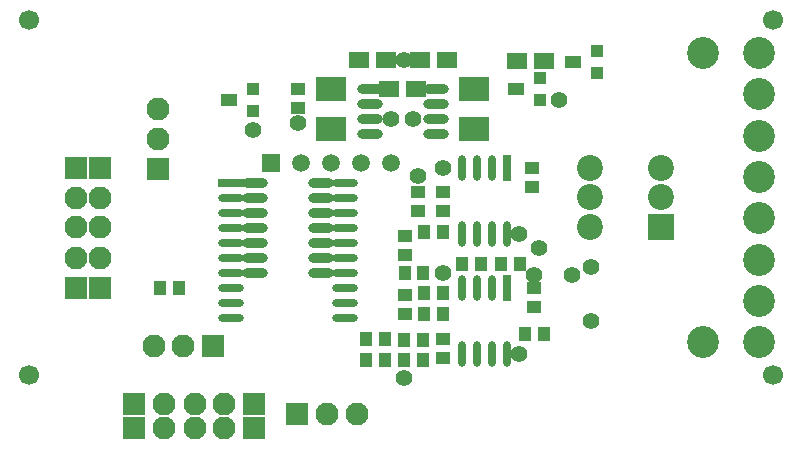
<source format=gts>
%FSLAX42Y42*%
%MOMM*%
G71*
G01*
G75*
%ADD10O,2.00X0.50*%
%ADD11O,0.50X2.00*%
%ADD12R,0.50X2.00*%
%ADD13R,0.80X0.95*%
%ADD14R,0.90X0.95*%
%ADD15R,0.95X0.90*%
%ADD16R,0.95X0.80*%
%ADD17O,2.00X0.60*%
%ADD18R,2.00X0.50*%
%ADD19R,0.91X0.91*%
%ADD20R,1.27X0.91*%
%ADD21R,1.50X1.25*%
%ADD22R,2.30X1.90*%
%ADD23C,0.50*%
%ADD24C,1.75*%
%ADD25R,1.75X1.75*%
%ADD26C,2.50*%
%ADD27C,1.50*%
%ADD28C,2.00*%
%ADD29R,2.00X2.00*%
%ADD30C,1.30*%
%ADD31R,1.30X1.30*%
%ADD32C,1.20*%
%ADD33C,0.45*%
%ADD34O,2.20X0.70*%
%ADD35O,0.70X2.20*%
%ADD36R,0.70X2.20*%
%ADD37R,1.00X1.15*%
%ADD38R,1.10X1.15*%
%ADD39R,1.15X1.10*%
%ADD40R,1.15X1.00*%
%ADD41O,2.20X0.80*%
%ADD42R,2.20X0.70*%
%ADD43R,1.12X1.12*%
%ADD44R,1.47X1.12*%
%ADD45R,1.70X1.45*%
%ADD46R,2.50X2.10*%
%ADD47C,1.95*%
%ADD48R,1.95X1.95*%
%ADD49C,2.70*%
%ADD50C,1.70*%
%ADD51C,2.20*%
%ADD52R,2.20X2.20*%
%ADD53C,1.50*%
%ADD54R,1.50X1.50*%
%ADD55C,1.40*%
D34*
X3155Y1477D02*
D03*
X4120Y1862D02*
D03*
Y2623D02*
D03*
Y2498D02*
D03*
Y2367D02*
D03*
Y2242D02*
D03*
Y2112D02*
D03*
Y1988D02*
D03*
Y1733D02*
D03*
Y1608D02*
D03*
Y1477D02*
D03*
X3155Y1608D02*
D03*
Y1733D02*
D03*
Y1862D02*
D03*
Y1988D02*
D03*
Y2112D02*
D03*
Y2242D02*
D03*
Y2367D02*
D03*
Y2498D02*
D03*
D35*
X5367Y2190D02*
D03*
X5238D02*
D03*
X5112D02*
D03*
Y2750D02*
D03*
X5238D02*
D03*
X5367D02*
D03*
Y1733D02*
D03*
X5238D02*
D03*
X5112D02*
D03*
Y1173D02*
D03*
X5238D02*
D03*
X5367D02*
D03*
X5492D02*
D03*
Y2190D02*
D03*
D36*
Y2750D02*
D03*
Y1733D02*
D03*
D37*
X4460Y1127D02*
D03*
X4300D02*
D03*
X2555Y1735D02*
D03*
X2715D02*
D03*
X4795Y2210D02*
D03*
X4955D02*
D03*
X4783Y1125D02*
D03*
X4622D02*
D03*
X4958Y1515D02*
D03*
X4797D02*
D03*
X4955Y1690D02*
D03*
X4795D02*
D03*
X5650Y1343D02*
D03*
X5810D02*
D03*
X5112Y1938D02*
D03*
X5272D02*
D03*
X5608D02*
D03*
X5447D02*
D03*
D38*
X4628Y1858D02*
D03*
X4788D02*
D03*
X4783Y1297D02*
D03*
X4622D02*
D03*
X4300Y1298D02*
D03*
X4460D02*
D03*
D39*
X4953Y2383D02*
D03*
Y2542D02*
D03*
X4633Y1515D02*
D03*
Y1675D02*
D03*
X3725Y3420D02*
D03*
Y3260D02*
D03*
D40*
X4628Y2175D02*
D03*
Y2015D02*
D03*
X4745Y2383D02*
D03*
Y2542D02*
D03*
X4953Y1138D02*
D03*
Y1298D02*
D03*
X5708Y2750D02*
D03*
Y2590D02*
D03*
X5728Y1573D02*
D03*
Y1733D02*
D03*
D41*
X3917Y2623D02*
D03*
Y2498D02*
D03*
Y2367D02*
D03*
Y2242D02*
D03*
Y2112D02*
D03*
Y1988D02*
D03*
Y1862D02*
D03*
X3358D02*
D03*
Y1988D02*
D03*
Y2112D02*
D03*
Y2242D02*
D03*
Y2367D02*
D03*
Y2498D02*
D03*
Y2623D02*
D03*
X4335Y3420D02*
D03*
Y3295D02*
D03*
Y3165D02*
D03*
X4895Y3040D02*
D03*
Y3165D02*
D03*
Y3295D02*
D03*
X4335Y3040D02*
D03*
X4895Y3420D02*
D03*
D42*
X3155Y2623D02*
D03*
D43*
X3342Y3230D02*
D03*
Y3421D02*
D03*
X5778Y3322D02*
D03*
Y3513D02*
D03*
X6260Y3553D02*
D03*
Y3743D02*
D03*
D44*
X3139Y3327D02*
D03*
X6057Y3649D02*
D03*
X5574Y3419D02*
D03*
D45*
X4762Y3665D02*
D03*
X4470Y3662D02*
D03*
X4240D02*
D03*
X5808Y3653D02*
D03*
X4992Y3665D02*
D03*
X5578Y3653D02*
D03*
X4497Y3420D02*
D03*
X4728D02*
D03*
D46*
X5220Y3080D02*
D03*
X4005D02*
D03*
Y3420D02*
D03*
X5220D02*
D03*
D47*
X4225Y670D02*
D03*
X3975D02*
D03*
X2542Y2995D02*
D03*
Y3245D02*
D03*
X2755Y1240D02*
D03*
X2505D02*
D03*
X1850Y2498D02*
D03*
Y2248D02*
D03*
Y1990D02*
D03*
X2050D02*
D03*
Y2248D02*
D03*
Y2498D02*
D03*
X2595Y753D02*
D03*
X2850D02*
D03*
X3100D02*
D03*
X2595Y550D02*
D03*
X2850D02*
D03*
X3100D02*
D03*
D48*
X3720Y670D02*
D03*
X2542Y2740D02*
D03*
X3010Y1240D02*
D03*
X1850Y2752D02*
D03*
Y1735D02*
D03*
X2050D02*
D03*
Y2752D02*
D03*
X2340Y753D02*
D03*
X3355D02*
D03*
X2340Y550D02*
D03*
X3355D02*
D03*
D49*
X7157Y3722D02*
D03*
Y1273D02*
D03*
X7628Y1973D02*
D03*
Y1623D02*
D03*
Y1273D02*
D03*
Y3023D02*
D03*
Y2673D02*
D03*
Y2323D02*
D03*
Y3722D02*
D03*
Y3372D02*
D03*
D50*
X7750Y1000D02*
D03*
Y4000D02*
D03*
X1450Y1000D02*
D03*
Y4000D02*
D03*
X5220Y3080D02*
D03*
X4005D02*
D03*
Y3420D02*
D03*
X5220Y3420D02*
D03*
D51*
X6200Y2250D02*
D03*
Y2500D02*
D03*
X6800D02*
D03*
Y2750D02*
D03*
X6200D02*
D03*
D52*
X6800Y2250D02*
D03*
D53*
X4515Y2792D02*
D03*
X4260D02*
D03*
X4005D02*
D03*
X3755D02*
D03*
D54*
X3500D02*
D03*
D55*
X4745Y2685D02*
D03*
X5728Y1840D02*
D03*
X6050D02*
D03*
X6203Y1915D02*
D03*
Y1450D02*
D03*
X5600Y1175D02*
D03*
Y2190D02*
D03*
X5767Y2073D02*
D03*
X4620Y3662D02*
D03*
X4515Y3165D02*
D03*
X4703D02*
D03*
X4953Y2750D02*
D03*
Y1858D02*
D03*
X4620Y970D02*
D03*
X5933Y3322D02*
D03*
X3342Y3073D02*
D03*
X3725Y3127D02*
D03*
M02*

</source>
